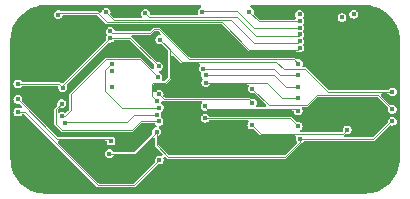
<source format=gbr>
%TF.GenerationSoftware,KiCad,Pcbnew,6.0.8-f2edbf62ab~116~ubuntu22.04.1*%
%TF.CreationDate,2022-11-01T10:45:10+00:00*%
%TF.ProjectId,cleverhand_emg,636c6576-6572-4686-916e-645f656d672e,3.0*%
%TF.SameCoordinates,Original*%
%TF.FileFunction,Copper,L3,Inr*%
%TF.FilePolarity,Positive*%
%FSLAX46Y46*%
G04 Gerber Fmt 4.6, Leading zero omitted, Abs format (unit mm)*
G04 Created by KiCad (PCBNEW 6.0.8-f2edbf62ab~116~ubuntu22.04.1) date 2022-11-01 10:45:10*
%MOMM*%
%LPD*%
G01*
G04 APERTURE LIST*
%TA.AperFunction,ViaPad*%
%ADD10C,0.400000*%
%TD*%
%TA.AperFunction,Conductor*%
%ADD11C,0.100000*%
%TD*%
G04 APERTURE END LIST*
D10*
%TO.N,/MCLK*%
X157500000Y-102600000D03*
X165370000Y-103270000D03*
%TO.N,/IRQ*%
X157500000Y-101600000D03*
X165370000Y-101970000D03*
%TO.N,Net-(D2-Pad3)*%
X153610000Y-100580000D03*
X161500000Y-101300000D03*
%TO.N,/SCK*%
X157340000Y-98410000D03*
X165360000Y-98960000D03*
%TO.N,/SDI*%
X165350000Y-99940000D03*
X157540000Y-98970000D03*
%TO.N,/SDO*%
X165340000Y-100910000D03*
X157560000Y-99590000D03*
%TO.N,/CH0*%
X170080000Y-93790000D03*
%TO.N,Net-(D1-Pad3)*%
X141650000Y-101010000D03*
X149530000Y-104530000D03*
%TO.N,Net-(D3-Pad3)*%
X161500000Y-100100000D03*
X173360000Y-101860000D03*
%TO.N,/CH1*%
X169090000Y-94070000D03*
%TO.N,/CH2*%
X165500000Y-93800000D03*
%TO.N,/CH3*%
X165510000Y-94370000D03*
X161250000Y-93590000D03*
%TO.N,/CH4*%
X157250000Y-93600000D03*
X165500000Y-94940000D03*
%TO.N,/CH5*%
X165500000Y-95510000D03*
X152450000Y-93720000D03*
%TO.N,/CH6*%
X149120000Y-93630000D03*
X165500000Y-96080000D03*
%TO.N,/CH7*%
X145070000Y-93830000D03*
X165500000Y-96650000D03*
%TO.N,/cs_adc*%
X165400000Y-97970000D03*
X149480000Y-95240000D03*
%TO.N,GND*%
X141500000Y-96200000D03*
X153500000Y-100010000D03*
X145500000Y-97100000D03*
X169500000Y-105300000D03*
X145497692Y-94498196D03*
X169500000Y-106500000D03*
X141598000Y-100330000D03*
X153370000Y-105610000D03*
X141500000Y-98200000D03*
X169810000Y-108300000D03*
X161500000Y-100700000D03*
X141500000Y-97200000D03*
X169500000Y-107500000D03*
X149390000Y-96820000D03*
X173500000Y-104000000D03*
X173500000Y-106200000D03*
X145510000Y-104760000D03*
X145500000Y-95400000D03*
X173380000Y-99280000D03*
X145497692Y-96296532D03*
X145530000Y-106080000D03*
X173500000Y-104700000D03*
X153320000Y-95490000D03*
X173500000Y-105400000D03*
%TO.N,+3.3V*%
X149400000Y-105600000D03*
X153560000Y-98220000D03*
X149450000Y-95830000D03*
X173360000Y-102850000D03*
X165560000Y-104350000D03*
X145450000Y-100020000D03*
X141650000Y-99692000D03*
X153390000Y-103740000D03*
%TO.N,/carry2*%
X149630000Y-99990000D03*
X149620000Y-98620000D03*
%TO.N,/A3*%
X153630000Y-101720000D03*
X149630000Y-98040000D03*
%TO.N,/A0*%
X153430000Y-102300000D03*
X145650000Y-102990000D03*
%TO.N,/S1*%
X153510000Y-99150000D03*
X145390000Y-102430000D03*
%TO.N,/A1*%
X153590000Y-102870000D03*
X145360000Y-101360000D03*
%TO.N,/NEO_IN*%
X153620000Y-106140000D03*
X141650000Y-102070000D03*
%TO.N,/NEO_OUT*%
X153670000Y-95950000D03*
X153410000Y-101160000D03*
X173360000Y-100370000D03*
%TO.N,/CH_REF*%
X161450000Y-103180000D03*
X169520000Y-103580000D03*
%TD*%
D11*
%TO.N,+3.3V*%
X173360000Y-102850000D02*
X173250000Y-102850000D01*
X173250000Y-102850000D02*
X171730000Y-104370000D01*
X171730000Y-104370000D02*
X165580000Y-104370000D01*
X165580000Y-104370000D02*
X165560000Y-104350000D01*
%TO.N,Net-(D3-Pad3)*%
X172140000Y-100640000D02*
X166980000Y-100640000D01*
X173360000Y-101860000D02*
X172140000Y-100640000D01*
X166980000Y-100640000D02*
X166140000Y-101480000D01*
X166140000Y-101480000D02*
X162880000Y-101480000D01*
X162880000Y-101480000D02*
X161500000Y-100100000D01*
%TO.N,/S1*%
X145390000Y-102430000D02*
X145616030Y-102430000D01*
X151970000Y-97610000D02*
X153510000Y-99150000D01*
X145616030Y-102430000D02*
X146150000Y-101896030D01*
X146150000Y-101896030D02*
X146150000Y-100560000D01*
X146150000Y-100560000D02*
X149100000Y-97610000D01*
X149100000Y-97610000D02*
X151970000Y-97610000D01*
%TO.N,/A1*%
X145360000Y-101360000D02*
X144880000Y-101840000D01*
X144880000Y-101840000D02*
X144880000Y-103090000D01*
X152040000Y-102870000D02*
X153590000Y-102870000D01*
X144880000Y-103090000D02*
X145390000Y-103600000D01*
X151310000Y-103600000D02*
X152040000Y-102870000D01*
X145390000Y-103600000D02*
X151310000Y-103600000D01*
%TO.N,+3.3V*%
X145450000Y-99830000D02*
X149450000Y-95830000D01*
X145450000Y-100020000D02*
X145450000Y-99830000D01*
X145450000Y-100020000D02*
X145122000Y-99692000D01*
X145122000Y-99692000D02*
X141650000Y-99692000D01*
%TO.N,/A3*%
X149630000Y-98040000D02*
X149506030Y-98040000D01*
X149506030Y-98040000D02*
X149020000Y-98526030D01*
X149020000Y-98526030D02*
X149020000Y-100320000D01*
X149020000Y-100320000D02*
X150470000Y-101770000D01*
X150470000Y-101770000D02*
X153580000Y-101770000D01*
X153580000Y-101770000D02*
X153630000Y-101720000D01*
%TO.N,/MCLK*%
X165370000Y-103270000D02*
X164700000Y-102600000D01*
X164700000Y-102600000D02*
X157500000Y-102600000D01*
%TO.N,/IRQ*%
X165370000Y-101970000D02*
X165200000Y-101800000D01*
X165200000Y-101800000D02*
X157700000Y-101800000D01*
X157700000Y-101800000D02*
X157500000Y-101600000D01*
%TO.N,Net-(D2-Pad3)*%
X161200000Y-101000000D02*
X161500000Y-101300000D01*
X153610000Y-100580000D02*
X154030000Y-101000000D01*
X154030000Y-101000000D02*
X161200000Y-101000000D01*
%TO.N,/SCK*%
X157340000Y-98410000D02*
X157370000Y-98440000D01*
X163340000Y-98440000D02*
X163860000Y-98960000D01*
X163860000Y-98960000D02*
X165360000Y-98960000D01*
X157370000Y-98440000D02*
X163340000Y-98440000D01*
%TO.N,/SDI*%
X164340000Y-99940000D02*
X163370000Y-98970000D01*
X163370000Y-98970000D02*
X157540000Y-98970000D01*
X165350000Y-99940000D02*
X164340000Y-99940000D01*
%TO.N,/SDO*%
X162720000Y-99590000D02*
X157560000Y-99590000D01*
X165340000Y-100910000D02*
X164040000Y-100910000D01*
X164040000Y-100910000D02*
X162720000Y-99590000D01*
%TO.N,Net-(D1-Pad3)*%
X144980000Y-104340000D02*
X141650000Y-101010000D01*
X149530000Y-104530000D02*
X149340000Y-104340000D01*
X149340000Y-104340000D02*
X144980000Y-104340000D01*
%TO.N,/CH3*%
X165480000Y-94400000D02*
X162060000Y-94400000D01*
X165510000Y-94370000D02*
X165480000Y-94400000D01*
X162060000Y-94400000D02*
X161250000Y-93590000D01*
%TO.N,/CH4*%
X161670000Y-95000000D02*
X160210000Y-93540000D01*
X165500000Y-94940000D02*
X165440000Y-95000000D01*
X165440000Y-95000000D02*
X161670000Y-95000000D01*
X160210000Y-93540000D02*
X157310000Y-93540000D01*
X157310000Y-93540000D02*
X157250000Y-93600000D01*
%TO.N,/CH5*%
X160240000Y-94040000D02*
X161800000Y-95600000D01*
X152770000Y-94040000D02*
X160240000Y-94040000D01*
X161800000Y-95600000D02*
X165410000Y-95600000D01*
X165410000Y-95600000D02*
X165500000Y-95510000D01*
X152450000Y-93720000D02*
X152770000Y-94040000D01*
%TO.N,/CH6*%
X165380000Y-96200000D02*
X165500000Y-96080000D01*
X149747000Y-94257000D02*
X159657000Y-94257000D01*
X149120000Y-93630000D02*
X149747000Y-94257000D01*
X161600000Y-96200000D02*
X165380000Y-96200000D01*
X159657000Y-94257000D02*
X161600000Y-96200000D01*
%TO.N,/CH7*%
X158924000Y-94474000D02*
X161250000Y-96800000D01*
X148400000Y-93700000D02*
X149174000Y-94474000D01*
X161250000Y-96800000D02*
X165350000Y-96800000D01*
X165350000Y-96800000D02*
X165500000Y-96650000D01*
X145200000Y-93700000D02*
X148400000Y-93700000D01*
X149174000Y-94474000D02*
X158924000Y-94474000D01*
X145070000Y-93830000D02*
X145200000Y-93700000D01*
%TO.N,/cs_adc*%
X153146030Y-95070000D02*
X153600000Y-95070000D01*
X153600000Y-95070000D02*
X156150000Y-97620000D01*
X149640000Y-95400000D02*
X152816030Y-95400000D01*
X165050000Y-97620000D02*
X165400000Y-97970000D01*
X156150000Y-97620000D02*
X165050000Y-97620000D01*
X152816030Y-95400000D02*
X153146030Y-95070000D01*
X149480000Y-95240000D02*
X149640000Y-95400000D01*
%TO.N,+3.3V*%
X154363970Y-105880000D02*
X164300000Y-105880000D01*
X151530000Y-105600000D02*
X149400000Y-105600000D01*
X151170000Y-95830000D02*
X149450000Y-95830000D01*
X164300000Y-105880000D02*
X165560000Y-104620000D01*
X153560000Y-98220000D02*
X151170000Y-95830000D01*
X153390000Y-103740000D02*
X153390000Y-104906030D01*
X153390000Y-103740000D02*
X151530000Y-105600000D01*
X165560000Y-104620000D02*
X165560000Y-104350000D01*
X153390000Y-104906030D02*
X154363970Y-105880000D01*
%TO.N,/A0*%
X150850000Y-102900000D02*
X145740000Y-102900000D01*
X151450000Y-102300000D02*
X150850000Y-102900000D01*
X153430000Y-102300000D02*
X151450000Y-102300000D01*
X145740000Y-102900000D02*
X145650000Y-102990000D01*
%TO.N,/NEO_IN*%
X148433970Y-108280000D02*
X142223970Y-102070000D01*
X142223970Y-102070000D02*
X141650000Y-102070000D01*
X151480000Y-108280000D02*
X148433970Y-108280000D01*
X153620000Y-106140000D02*
X151480000Y-108280000D01*
%TO.N,/NEO_OUT*%
X154490000Y-96770000D02*
X153670000Y-95950000D01*
X167890000Y-100350000D02*
X165970000Y-98430000D01*
X164160000Y-98430000D02*
X163540000Y-97810000D01*
X163540000Y-97810000D02*
X155530000Y-97810000D01*
X154100000Y-99590000D02*
X154490000Y-99200000D01*
X154490000Y-99200000D02*
X154490000Y-96770000D01*
X155530000Y-97810000D02*
X153670000Y-95950000D01*
X173340000Y-100350000D02*
X167890000Y-100350000D01*
X165970000Y-98430000D02*
X164160000Y-98430000D01*
X153100000Y-99590000D02*
X154100000Y-99590000D01*
X153410000Y-101160000D02*
X152960000Y-100710000D01*
X152960000Y-99730000D02*
X153100000Y-99590000D01*
X152960000Y-100710000D02*
X152960000Y-99730000D01*
X173360000Y-100370000D02*
X173340000Y-100350000D01*
%TO.N,/CH_REF*%
X162190000Y-103920000D02*
X169180000Y-103920000D01*
X161450000Y-103180000D02*
X162190000Y-103920000D01*
X169180000Y-103920000D02*
X169520000Y-103580000D01*
%TD*%
%TA.AperFunction,Conductor*%
%TO.N,GND*%
G36*
X149123282Y-93028499D02*
G01*
X149161868Y-93011539D01*
X149178016Y-93010500D01*
X157066036Y-93010500D01*
X157134157Y-93030502D01*
X157180650Y-93084158D01*
X157190754Y-93154432D01*
X157161260Y-93219012D01*
X157123240Y-93248766D01*
X157029511Y-93296523D01*
X156946523Y-93379511D01*
X156928501Y-93414882D01*
X156897744Y-93475245D01*
X156897743Y-93475248D01*
X156893242Y-93484082D01*
X156874882Y-93600000D01*
X156893242Y-93715918D01*
X156897745Y-93724755D01*
X156900808Y-93734183D01*
X156897013Y-93735416D01*
X156906550Y-93785974D01*
X156879902Y-93851780D01*
X156821907Y-93892733D01*
X156781169Y-93899500D01*
X152944215Y-93899500D01*
X152876094Y-93879498D01*
X152829601Y-93825842D01*
X152819766Y-93753788D01*
X152822872Y-93734183D01*
X152825118Y-93720000D01*
X152806758Y-93604082D01*
X152802257Y-93595248D01*
X152802256Y-93595245D01*
X152773851Y-93539498D01*
X152753477Y-93499511D01*
X152670489Y-93416523D01*
X152615200Y-93388352D01*
X152574755Y-93367744D01*
X152574752Y-93367743D01*
X152565918Y-93363242D01*
X152450000Y-93344882D01*
X152334082Y-93363242D01*
X152325248Y-93367743D01*
X152325245Y-93367744D01*
X152284800Y-93388352D01*
X152229511Y-93416523D01*
X152146523Y-93499511D01*
X152126149Y-93539498D01*
X152097744Y-93595245D01*
X152097743Y-93595248D01*
X152093242Y-93604082D01*
X152074882Y-93720000D01*
X152093242Y-93835918D01*
X152097743Y-93844752D01*
X152097744Y-93844755D01*
X152142859Y-93933298D01*
X152155963Y-94003075D01*
X152129262Y-94068859D01*
X152071235Y-94109765D01*
X152030592Y-94116500D01*
X149857387Y-94116500D01*
X149789266Y-94096498D01*
X149768292Y-94079595D01*
X149516393Y-93827696D01*
X149482367Y-93765384D01*
X149481039Y-93718890D01*
X149493567Y-93639792D01*
X149495118Y-93630000D01*
X149476758Y-93514082D01*
X149472257Y-93505248D01*
X149472256Y-93505245D01*
X149442957Y-93447744D01*
X149423477Y-93409511D01*
X149340489Y-93326523D01*
X149275756Y-93293540D01*
X149244755Y-93277744D01*
X149244752Y-93277743D01*
X149235918Y-93273242D01*
X149158305Y-93260949D01*
X149120121Y-93242847D01*
X149097482Y-93257396D01*
X149081694Y-93260949D01*
X149004082Y-93273242D01*
X148995248Y-93277743D01*
X148995245Y-93277744D01*
X148964244Y-93293540D01*
X148899511Y-93326523D01*
X148816523Y-93409511D01*
X148797043Y-93447744D01*
X148767744Y-93505245D01*
X148767743Y-93505248D01*
X148763242Y-93514082D01*
X148755793Y-93561112D01*
X148754008Y-93572383D01*
X148723595Y-93636536D01*
X148663327Y-93674063D01*
X148592338Y-93673049D01*
X148540464Y-93641767D01*
X148472728Y-93574031D01*
X148456702Y-93569737D01*
X148454485Y-93568457D01*
X148452014Y-93567795D01*
X148437647Y-93559500D01*
X145374178Y-93559500D01*
X145306057Y-93539498D01*
X145300117Y-93535436D01*
X145297502Y-93533536D01*
X145290489Y-93526523D01*
X145281654Y-93522021D01*
X145281652Y-93522020D01*
X145194755Y-93477744D01*
X145194752Y-93477743D01*
X145185918Y-93473242D01*
X145070000Y-93454882D01*
X144954082Y-93473242D01*
X144945248Y-93477743D01*
X144945245Y-93477744D01*
X144916297Y-93492494D01*
X144849511Y-93526523D01*
X144766523Y-93609511D01*
X144750088Y-93641767D01*
X144717744Y-93705245D01*
X144717743Y-93705248D01*
X144713242Y-93714082D01*
X144694882Y-93830000D01*
X144713242Y-93945918D01*
X144717743Y-93954752D01*
X144717744Y-93954755D01*
X144726042Y-93971040D01*
X144766523Y-94050489D01*
X144849511Y-94133477D01*
X144898318Y-94158345D01*
X144945245Y-94182256D01*
X144945248Y-94182257D01*
X144954082Y-94186758D01*
X145070000Y-94205118D01*
X145185918Y-94186758D01*
X145194752Y-94182257D01*
X145194755Y-94182256D01*
X145241682Y-94158345D01*
X145290489Y-94133477D01*
X145373477Y-94050489D01*
X145413958Y-93971040D01*
X145422256Y-93954755D01*
X145422257Y-93954752D01*
X145426758Y-93945918D01*
X145428309Y-93936124D01*
X145431091Y-93927563D01*
X145471165Y-93868957D01*
X145536562Y-93841321D01*
X145550924Y-93840500D01*
X148289613Y-93840500D01*
X148357734Y-93860502D01*
X148378708Y-93877405D01*
X149101272Y-94599969D01*
X149117298Y-94604263D01*
X149119515Y-94605543D01*
X149121986Y-94606205D01*
X149136353Y-94614500D01*
X149459866Y-94614500D01*
X149475743Y-94619162D01*
X149483985Y-94615539D01*
X149500134Y-94614500D01*
X158813613Y-94614500D01*
X158881734Y-94634502D01*
X158902708Y-94651405D01*
X161177272Y-96925969D01*
X161193298Y-96930263D01*
X161195515Y-96931543D01*
X161197986Y-96932205D01*
X161212353Y-96940500D01*
X165223793Y-96940500D01*
X165280995Y-96954233D01*
X165375245Y-97002256D01*
X165375248Y-97002257D01*
X165384082Y-97006758D01*
X165500000Y-97025118D01*
X165615918Y-97006758D01*
X165624752Y-97002257D01*
X165624755Y-97002256D01*
X165666921Y-96980771D01*
X165720489Y-96953477D01*
X165803477Y-96870489D01*
X165830771Y-96816921D01*
X165852256Y-96774755D01*
X165852257Y-96774752D01*
X165856758Y-96765918D01*
X165875118Y-96650000D01*
X165856758Y-96534082D01*
X165852256Y-96525246D01*
X165852256Y-96525245D01*
X165803477Y-96429511D01*
X165804842Y-96428816D01*
X165784639Y-96372190D01*
X165800660Y-96303306D01*
X165803477Y-96300489D01*
X165831006Y-96246460D01*
X165852256Y-96204755D01*
X165852257Y-96204752D01*
X165856758Y-96195918D01*
X165875118Y-96080000D01*
X165856758Y-95964082D01*
X165852257Y-95955248D01*
X165852256Y-95955245D01*
X165803477Y-95859511D01*
X165804842Y-95858816D01*
X165784639Y-95802190D01*
X165800660Y-95733306D01*
X165803477Y-95730489D01*
X165811837Y-95714082D01*
X165852256Y-95634755D01*
X165852257Y-95634752D01*
X165856758Y-95625918D01*
X165875118Y-95510000D01*
X165856758Y-95394082D01*
X165852257Y-95385248D01*
X165852256Y-95385245D01*
X165803477Y-95289511D01*
X165804842Y-95288816D01*
X165784639Y-95232190D01*
X165800660Y-95163306D01*
X165803477Y-95160489D01*
X165817037Y-95133876D01*
X165852256Y-95064755D01*
X165852257Y-95064752D01*
X165856758Y-95055918D01*
X165875118Y-94940000D01*
X165856758Y-94824082D01*
X165852257Y-94815248D01*
X165852256Y-94815245D01*
X165803477Y-94719511D01*
X165806990Y-94717721D01*
X165789637Y-94669030D01*
X165805742Y-94599884D01*
X165808732Y-94595234D01*
X165813477Y-94590489D01*
X165833963Y-94550283D01*
X165862256Y-94494755D01*
X165862257Y-94494752D01*
X165866758Y-94485918D01*
X165885118Y-94370000D01*
X165866758Y-94254082D01*
X165862257Y-94245248D01*
X165862256Y-94245245D01*
X165817978Y-94158345D01*
X165813477Y-94149511D01*
X165812029Y-94148063D01*
X165789639Y-94085309D01*
X165793199Y-94070000D01*
X168714882Y-94070000D01*
X168733242Y-94185918D01*
X168737743Y-94194752D01*
X168737744Y-94194755D01*
X168754706Y-94228044D01*
X168786523Y-94290489D01*
X168869511Y-94373477D01*
X168916659Y-94397500D01*
X168965245Y-94422256D01*
X168965248Y-94422257D01*
X168974082Y-94426758D01*
X169090000Y-94445118D01*
X169205918Y-94426758D01*
X169214752Y-94422257D01*
X169214755Y-94422256D01*
X169263341Y-94397500D01*
X169310489Y-94373477D01*
X169393477Y-94290489D01*
X169425294Y-94228044D01*
X169442256Y-94194755D01*
X169442257Y-94194752D01*
X169446758Y-94185918D01*
X169465118Y-94070000D01*
X169446758Y-93954082D01*
X169442257Y-93945248D01*
X169442256Y-93945245D01*
X169417227Y-93896124D01*
X169393477Y-93849511D01*
X169333966Y-93790000D01*
X169704882Y-93790000D01*
X169723242Y-93905918D01*
X169727743Y-93914752D01*
X169727744Y-93914755D01*
X169748125Y-93954755D01*
X169776523Y-94010489D01*
X169859511Y-94093477D01*
X169904697Y-94116500D01*
X169955245Y-94142256D01*
X169955248Y-94142257D01*
X169964082Y-94146758D01*
X170080000Y-94165118D01*
X170195918Y-94146758D01*
X170204752Y-94142257D01*
X170204755Y-94142256D01*
X170255303Y-94116500D01*
X170300489Y-94093477D01*
X170383477Y-94010489D01*
X170411875Y-93954755D01*
X170432256Y-93914755D01*
X170432257Y-93914752D01*
X170436758Y-93905918D01*
X170455118Y-93790000D01*
X170436758Y-93674082D01*
X170432257Y-93665248D01*
X170432256Y-93665245D01*
X170403858Y-93609511D01*
X170383477Y-93569511D01*
X170300489Y-93486523D01*
X170246921Y-93459229D01*
X170204755Y-93437744D01*
X170204752Y-93437743D01*
X170195918Y-93433242D01*
X170080000Y-93414882D01*
X169964082Y-93433242D01*
X169955248Y-93437743D01*
X169955245Y-93437744D01*
X169913079Y-93459229D01*
X169859511Y-93486523D01*
X169776523Y-93569511D01*
X169756142Y-93609511D01*
X169727744Y-93665245D01*
X169727743Y-93665248D01*
X169723242Y-93674082D01*
X169704882Y-93790000D01*
X169333966Y-93790000D01*
X169310489Y-93766523D01*
X169256921Y-93739229D01*
X169214755Y-93717744D01*
X169214752Y-93717743D01*
X169205918Y-93713242D01*
X169090000Y-93694882D01*
X168974082Y-93713242D01*
X168965248Y-93717743D01*
X168965245Y-93717744D01*
X168923079Y-93739229D01*
X168869511Y-93766523D01*
X168786523Y-93849511D01*
X168762773Y-93896124D01*
X168737744Y-93945245D01*
X168737743Y-93945248D01*
X168733242Y-93954082D01*
X168714882Y-94070000D01*
X165793199Y-94070000D01*
X165804583Y-94021052D01*
X165803477Y-94020489D01*
X165852256Y-93924755D01*
X165852257Y-93924752D01*
X165856758Y-93915918D01*
X165875118Y-93800000D01*
X165856758Y-93684082D01*
X165852257Y-93675248D01*
X165852256Y-93675245D01*
X165823267Y-93618352D01*
X165803477Y-93579511D01*
X165720489Y-93496523D01*
X165659102Y-93465245D01*
X165624755Y-93447744D01*
X165624752Y-93447743D01*
X165615918Y-93443242D01*
X165500000Y-93424882D01*
X165384082Y-93443242D01*
X165375248Y-93447743D01*
X165375245Y-93447744D01*
X165340898Y-93465245D01*
X165279511Y-93496523D01*
X165196523Y-93579511D01*
X165176733Y-93618352D01*
X165147744Y-93675245D01*
X165147743Y-93675248D01*
X165143242Y-93684082D01*
X165124882Y-93800000D01*
X165143242Y-93915918D01*
X165147743Y-93924752D01*
X165147744Y-93924755D01*
X165185897Y-93999634D01*
X165196523Y-94020489D01*
X165197971Y-94021937D01*
X165220361Y-94084691D01*
X165205417Y-94148948D01*
X165206523Y-94149512D01*
X165190570Y-94180821D01*
X165185535Y-94190703D01*
X165136786Y-94242318D01*
X165073268Y-94259500D01*
X162170387Y-94259500D01*
X162102266Y-94239498D01*
X162081292Y-94222595D01*
X161646393Y-93787696D01*
X161612367Y-93725384D01*
X161611039Y-93678890D01*
X161623567Y-93599792D01*
X161625118Y-93590000D01*
X161606758Y-93474082D01*
X161602257Y-93465248D01*
X161602256Y-93465245D01*
X161578362Y-93418352D01*
X161553477Y-93369511D01*
X161470489Y-93286523D01*
X161396388Y-93248767D01*
X161344772Y-93200019D01*
X161327706Y-93131104D01*
X161350606Y-93063903D01*
X161406204Y-93019750D01*
X161453590Y-93010500D01*
X170996710Y-93010500D01*
X170997993Y-93010534D01*
X171000000Y-93011365D01*
X171001768Y-93010633D01*
X171003304Y-93010673D01*
X171305888Y-93026531D01*
X171319003Y-93027909D01*
X171466348Y-93051246D01*
X171615030Y-93074795D01*
X171627930Y-93077537D01*
X171917432Y-93155109D01*
X171929975Y-93159185D01*
X172209770Y-93266588D01*
X172221819Y-93271952D01*
X172488870Y-93408021D01*
X172500292Y-93414616D01*
X172743232Y-93572383D01*
X172751650Y-93577850D01*
X172762316Y-93585600D01*
X172960292Y-93745918D01*
X172995235Y-93774214D01*
X173005036Y-93783039D01*
X173216961Y-93994964D01*
X173225786Y-94004765D01*
X173402182Y-94222595D01*
X173414398Y-94237681D01*
X173422148Y-94248348D01*
X173517772Y-94395595D01*
X173585384Y-94499708D01*
X173591979Y-94511130D01*
X173728048Y-94778181D01*
X173733412Y-94790230D01*
X173840815Y-95070025D01*
X173844891Y-95082566D01*
X173882377Y-95222468D01*
X173922463Y-95372070D01*
X173925205Y-95384970D01*
X173959495Y-95601465D01*
X173972091Y-95680996D01*
X173973469Y-95694112D01*
X173975900Y-95740500D01*
X173989327Y-95996696D01*
X173989367Y-95998232D01*
X173988635Y-96000000D01*
X173989466Y-96002007D01*
X173989500Y-96003290D01*
X173989500Y-105996710D01*
X173989466Y-105997993D01*
X173988635Y-106000000D01*
X173989367Y-106001768D01*
X173989327Y-106003304D01*
X173973469Y-106305887D01*
X173972091Y-106319003D01*
X173944651Y-106492256D01*
X173925205Y-106615030D01*
X173922463Y-106627930D01*
X173844891Y-106917432D01*
X173840815Y-106929975D01*
X173733412Y-107209770D01*
X173728048Y-107221819D01*
X173591979Y-107488870D01*
X173585384Y-107500292D01*
X173422150Y-107751650D01*
X173414398Y-107762319D01*
X173225786Y-107995235D01*
X173216961Y-108005036D01*
X173005036Y-108216961D01*
X172995235Y-108225786D01*
X172765845Y-108411543D01*
X172762319Y-108414398D01*
X172751650Y-108422150D01*
X172500292Y-108585384D01*
X172488870Y-108591979D01*
X172221819Y-108728048D01*
X172209770Y-108733412D01*
X171929975Y-108840815D01*
X171917432Y-108844891D01*
X171627930Y-108922463D01*
X171615030Y-108925205D01*
X171319004Y-108972091D01*
X171305888Y-108973469D01*
X171041574Y-108987321D01*
X171003304Y-108989327D01*
X171001768Y-108989367D01*
X171000000Y-108988635D01*
X170997993Y-108989466D01*
X170996710Y-108989500D01*
X144003290Y-108989500D01*
X144002007Y-108989466D01*
X144000000Y-108988635D01*
X143998232Y-108989367D01*
X143996696Y-108989327D01*
X143958426Y-108987321D01*
X143694112Y-108973469D01*
X143680996Y-108972091D01*
X143384970Y-108925205D01*
X143372070Y-108922463D01*
X143082568Y-108844891D01*
X143070025Y-108840815D01*
X142790230Y-108733412D01*
X142778181Y-108728048D01*
X142511130Y-108591979D01*
X142499708Y-108585384D01*
X142248350Y-108422150D01*
X142237681Y-108414398D01*
X142234156Y-108411543D01*
X142004765Y-108225786D01*
X141994964Y-108216961D01*
X141783039Y-108005036D01*
X141774214Y-107995235D01*
X141585602Y-107762319D01*
X141577850Y-107751650D01*
X141414616Y-107500292D01*
X141408021Y-107488870D01*
X141271952Y-107221819D01*
X141266588Y-107209770D01*
X141159185Y-106929975D01*
X141155109Y-106917432D01*
X141077537Y-106627930D01*
X141074795Y-106615030D01*
X141055349Y-106492256D01*
X141027909Y-106319003D01*
X141026531Y-106305887D01*
X141010673Y-106003304D01*
X141010633Y-106001768D01*
X141011365Y-106000000D01*
X141010534Y-105997993D01*
X141010500Y-105996710D01*
X141010500Y-102070000D01*
X141274882Y-102070000D01*
X141293242Y-102185918D01*
X141297743Y-102194752D01*
X141297744Y-102194755D01*
X141315958Y-102230502D01*
X141346523Y-102290489D01*
X141429511Y-102373477D01*
X141483079Y-102400771D01*
X141525245Y-102422256D01*
X141525248Y-102422257D01*
X141534082Y-102426758D01*
X141650000Y-102445118D01*
X141765918Y-102426758D01*
X141774752Y-102422257D01*
X141774755Y-102422256D01*
X141816921Y-102400771D01*
X141870489Y-102373477D01*
X141953477Y-102290489D01*
X141959179Y-102279298D01*
X141961390Y-102276957D01*
X141963808Y-102273629D01*
X141964238Y-102273941D01*
X142007927Y-102227682D01*
X142071446Y-102210500D01*
X142113583Y-102210500D01*
X142181704Y-102230502D01*
X142202678Y-102247405D01*
X148361242Y-108405969D01*
X148377268Y-108410263D01*
X148379485Y-108411543D01*
X148381956Y-108412205D01*
X148396323Y-108420500D01*
X151517647Y-108420500D01*
X151532014Y-108412205D01*
X151534485Y-108411543D01*
X151536702Y-108410263D01*
X151552728Y-108405969D01*
X153422304Y-106536393D01*
X153484616Y-106502367D01*
X153531110Y-106501039D01*
X153610208Y-106513567D01*
X153620000Y-106515118D01*
X153735918Y-106496758D01*
X153744752Y-106492257D01*
X153744755Y-106492256D01*
X153786921Y-106470771D01*
X153840489Y-106443477D01*
X153923477Y-106360489D01*
X153954654Y-106299301D01*
X153972256Y-106264755D01*
X153972257Y-106264752D01*
X153976758Y-106255918D01*
X153995118Y-106140000D01*
X153976758Y-106024082D01*
X153976301Y-106023185D01*
X153974414Y-105957161D01*
X154011077Y-105896363D01*
X154074789Y-105865037D01*
X154145323Y-105873130D01*
X154185370Y-105900097D01*
X154291242Y-106005969D01*
X154307268Y-106010263D01*
X154309485Y-106011543D01*
X154311956Y-106012205D01*
X154326323Y-106020500D01*
X164337647Y-106020500D01*
X164352014Y-106012205D01*
X164354485Y-106011543D01*
X164356702Y-106010263D01*
X164372728Y-106005969D01*
X165653693Y-104725004D01*
X165685586Y-104701832D01*
X165697827Y-104695595D01*
X165780489Y-104653477D01*
X165863477Y-104570489D01*
X165867689Y-104562222D01*
X165923632Y-104519084D01*
X165969344Y-104510500D01*
X171767647Y-104510500D01*
X171782014Y-104502205D01*
X171784485Y-104501543D01*
X171786702Y-104500263D01*
X171802728Y-104495969D01*
X173078562Y-103220135D01*
X173140874Y-103186109D01*
X173211689Y-103191174D01*
X173224847Y-103196958D01*
X173244082Y-103206758D01*
X173360000Y-103225118D01*
X173475918Y-103206758D01*
X173484752Y-103202257D01*
X173484755Y-103202256D01*
X173554627Y-103166654D01*
X173580489Y-103153477D01*
X173663477Y-103070489D01*
X173711558Y-102976124D01*
X173712256Y-102974755D01*
X173712257Y-102974752D01*
X173716758Y-102965918D01*
X173735118Y-102850000D01*
X173716758Y-102734082D01*
X173712257Y-102725248D01*
X173712256Y-102725245D01*
X173681792Y-102665457D01*
X173663477Y-102629511D01*
X173580489Y-102546523D01*
X173526921Y-102519229D01*
X173484755Y-102497744D01*
X173484752Y-102497743D01*
X173475918Y-102493242D01*
X173388834Y-102479449D01*
X173360538Y-102466035D01*
X173331166Y-102479449D01*
X173244082Y-102493242D01*
X173235248Y-102497743D01*
X173235245Y-102497744D01*
X173193079Y-102519229D01*
X173139511Y-102546523D01*
X173056523Y-102629511D01*
X173038208Y-102665457D01*
X173007744Y-102725245D01*
X173007743Y-102725248D01*
X173003242Y-102734082D01*
X172984882Y-102850000D01*
X172986433Y-102859792D01*
X172986433Y-102862680D01*
X172966431Y-102930801D01*
X172949528Y-102951775D01*
X171708708Y-104192595D01*
X171646396Y-104226621D01*
X171619613Y-104229500D01*
X169373387Y-104229500D01*
X169305266Y-104209498D01*
X169258773Y-104155842D01*
X169248669Y-104085568D01*
X169278163Y-104020988D01*
X169284292Y-104014405D01*
X169322304Y-103976393D01*
X169384616Y-103942367D01*
X169431110Y-103941039D01*
X169510208Y-103953567D01*
X169520000Y-103955118D01*
X169635918Y-103936758D01*
X169644752Y-103932257D01*
X169644755Y-103932256D01*
X169709432Y-103899301D01*
X169740489Y-103883477D01*
X169823477Y-103800489D01*
X169854297Y-103740000D01*
X169872256Y-103704755D01*
X169872257Y-103704752D01*
X169876758Y-103695918D01*
X169895118Y-103580000D01*
X169876758Y-103464082D01*
X169872257Y-103455248D01*
X169872256Y-103455245D01*
X169844356Y-103400489D01*
X169823477Y-103359511D01*
X169740489Y-103276523D01*
X169677453Y-103244405D01*
X169644755Y-103227744D01*
X169644752Y-103227743D01*
X169635918Y-103223242D01*
X169520000Y-103204882D01*
X169404082Y-103223242D01*
X169395248Y-103227743D01*
X169395245Y-103227744D01*
X169362547Y-103244405D01*
X169299511Y-103276523D01*
X169216523Y-103359511D01*
X169195644Y-103400489D01*
X169167744Y-103455245D01*
X169167743Y-103455248D01*
X169163242Y-103464082D01*
X169144882Y-103580000D01*
X169146433Y-103589792D01*
X169146433Y-103589797D01*
X169153401Y-103633788D01*
X169144303Y-103704199D01*
X169098582Y-103758514D01*
X169028953Y-103779500D01*
X165688656Y-103779500D01*
X165620535Y-103759498D01*
X165574042Y-103705842D01*
X165563938Y-103635568D01*
X165593432Y-103570988D01*
X165599561Y-103564405D01*
X165673477Y-103490489D01*
X165703269Y-103432019D01*
X165722256Y-103394755D01*
X165722257Y-103394752D01*
X165726758Y-103385918D01*
X165745118Y-103270000D01*
X165726758Y-103154082D01*
X165722257Y-103145248D01*
X165722256Y-103145245D01*
X165687741Y-103077506D01*
X165673477Y-103049511D01*
X165590489Y-102966523D01*
X165520380Y-102930801D01*
X165494755Y-102917744D01*
X165494752Y-102917743D01*
X165485918Y-102913242D01*
X165370000Y-102894882D01*
X165338565Y-102899861D01*
X165281110Y-102908961D01*
X165210699Y-102899861D01*
X165172304Y-102873607D01*
X164772728Y-102474031D01*
X164756702Y-102469737D01*
X164754485Y-102468457D01*
X164752014Y-102467795D01*
X164737647Y-102459500D01*
X157921446Y-102459500D01*
X157853325Y-102439498D01*
X157814110Y-102396152D01*
X157813808Y-102396371D01*
X157811770Y-102393566D01*
X157809179Y-102390702D01*
X157807981Y-102388351D01*
X157803477Y-102379511D01*
X157720489Y-102296523D01*
X157666921Y-102269229D01*
X157624755Y-102247744D01*
X157624752Y-102247743D01*
X157615918Y-102243242D01*
X157500000Y-102224882D01*
X157384082Y-102243242D01*
X157375248Y-102247743D01*
X157375245Y-102247744D01*
X157333079Y-102269229D01*
X157279511Y-102296523D01*
X157196523Y-102379511D01*
X157169229Y-102433079D01*
X157147744Y-102475245D01*
X157147743Y-102475248D01*
X157143242Y-102484082D01*
X157124882Y-102600000D01*
X157143242Y-102715918D01*
X157147743Y-102724752D01*
X157147744Y-102724755D01*
X157165448Y-102759500D01*
X157196523Y-102820489D01*
X157279511Y-102903477D01*
X157326595Y-102927467D01*
X157375245Y-102952256D01*
X157375248Y-102952257D01*
X157384082Y-102956758D01*
X157500000Y-102975118D01*
X157615918Y-102956758D01*
X157624752Y-102952257D01*
X157624755Y-102952256D01*
X157673405Y-102927467D01*
X157720489Y-102903477D01*
X157803477Y-102820489D01*
X157809179Y-102809298D01*
X157811390Y-102806957D01*
X157813808Y-102803629D01*
X157814238Y-102803941D01*
X157857927Y-102757682D01*
X157921446Y-102740500D01*
X161061344Y-102740500D01*
X161129465Y-102760502D01*
X161175958Y-102814158D01*
X161186062Y-102884432D01*
X161158819Y-102944082D01*
X161159364Y-102944478D01*
X161157411Y-102947166D01*
X161156568Y-102949012D01*
X161154300Y-102951448D01*
X161153540Y-102952494D01*
X161146523Y-102959511D01*
X161120543Y-103010500D01*
X161097744Y-103055245D01*
X161097743Y-103055248D01*
X161093242Y-103064082D01*
X161074882Y-103180000D01*
X161093242Y-103295918D01*
X161097743Y-103304752D01*
X161097744Y-103304755D01*
X161119146Y-103346758D01*
X161146523Y-103400489D01*
X161229511Y-103483477D01*
X161283079Y-103510771D01*
X161325245Y-103532256D01*
X161325248Y-103532257D01*
X161334082Y-103536758D01*
X161450000Y-103555118D01*
X161459792Y-103553567D01*
X161538890Y-103541039D01*
X161609301Y-103550139D01*
X161647696Y-103576393D01*
X162117272Y-104045969D01*
X162133298Y-104050263D01*
X162135515Y-104051543D01*
X162137986Y-104052205D01*
X162152353Y-104060500D01*
X165087849Y-104060500D01*
X165155970Y-104080502D01*
X165202463Y-104134158D01*
X165212567Y-104204432D01*
X165207712Y-104225310D01*
X165203242Y-104234082D01*
X165184882Y-104350000D01*
X165203242Y-104465918D01*
X165207743Y-104474752D01*
X165207744Y-104474755D01*
X165223477Y-104505632D01*
X165256523Y-104570489D01*
X165260191Y-104574157D01*
X165283166Y-104638552D01*
X165267084Y-104707704D01*
X165246469Y-104734835D01*
X164278706Y-105702597D01*
X164216396Y-105736621D01*
X164189613Y-105739500D01*
X154474357Y-105739500D01*
X154406236Y-105719498D01*
X154385262Y-105702595D01*
X153567405Y-104884738D01*
X153533379Y-104822426D01*
X153530500Y-104795643D01*
X153530500Y-104161446D01*
X153550502Y-104093325D01*
X153593848Y-104054110D01*
X153593629Y-104053808D01*
X153596434Y-104051770D01*
X153599298Y-104049179D01*
X153601649Y-104047981D01*
X153610489Y-104043477D01*
X153693477Y-103960489D01*
X153724654Y-103899301D01*
X153742256Y-103864755D01*
X153742257Y-103864752D01*
X153746758Y-103855918D01*
X153765118Y-103740000D01*
X153746758Y-103624082D01*
X153742257Y-103615248D01*
X153742256Y-103615245D01*
X153710829Y-103553567D01*
X153693477Y-103519511D01*
X153617312Y-103443346D01*
X153583286Y-103381034D01*
X153588351Y-103310219D01*
X153630898Y-103253383D01*
X153686699Y-103229802D01*
X153696123Y-103228310D01*
X153696127Y-103228309D01*
X153705918Y-103226758D01*
X153714752Y-103222257D01*
X153714755Y-103222256D01*
X153756921Y-103200771D01*
X153810489Y-103173477D01*
X153893477Y-103090489D01*
X153934233Y-103010500D01*
X153942256Y-102994755D01*
X153942257Y-102994752D01*
X153946758Y-102985918D01*
X153965118Y-102870000D01*
X153946758Y-102754082D01*
X153942257Y-102745248D01*
X153942256Y-102745245D01*
X153910041Y-102682020D01*
X153893477Y-102649511D01*
X153810489Y-102566523D01*
X153812889Y-102564123D01*
X153780164Y-102521695D01*
X153774081Y-102450960D01*
X153779855Y-102434399D01*
X153779192Y-102434183D01*
X153782255Y-102424755D01*
X153786758Y-102415918D01*
X153805118Y-102300000D01*
X153786758Y-102184082D01*
X153782872Y-102176456D01*
X153780866Y-102106243D01*
X153817528Y-102045444D01*
X153833850Y-102034112D01*
X153833629Y-102033808D01*
X153841648Y-102027981D01*
X153850489Y-102023477D01*
X153933477Y-101940489D01*
X153972513Y-101863876D01*
X153982256Y-101844755D01*
X153982257Y-101844752D01*
X153986758Y-101835918D01*
X154005118Y-101720000D01*
X153986758Y-101604082D01*
X153982257Y-101595248D01*
X153982256Y-101595245D01*
X153957202Y-101546074D01*
X153933477Y-101499511D01*
X153850489Y-101416523D01*
X153833942Y-101408092D01*
X153782327Y-101359347D01*
X153765258Y-101290433D01*
X153767856Y-101276091D01*
X153766758Y-101275917D01*
X153776520Y-101214285D01*
X153806933Y-101150133D01*
X153867202Y-101112606D01*
X153938191Y-101113620D01*
X153950142Y-101118839D01*
X153957272Y-101125969D01*
X153973296Y-101130262D01*
X153975514Y-101131543D01*
X153977987Y-101132206D01*
X153992353Y-101140500D01*
X157131344Y-101140500D01*
X157199465Y-101160502D01*
X157245958Y-101214158D01*
X157256062Y-101284432D01*
X157226568Y-101349012D01*
X157220439Y-101355595D01*
X157196523Y-101379511D01*
X157179959Y-101412021D01*
X157147744Y-101475245D01*
X157147743Y-101475248D01*
X157143242Y-101484082D01*
X157124882Y-101600000D01*
X157143242Y-101715918D01*
X157147743Y-101724752D01*
X157147744Y-101724755D01*
X157160358Y-101749511D01*
X157196523Y-101820489D01*
X157279511Y-101903477D01*
X157330585Y-101929500D01*
X157375245Y-101952256D01*
X157375248Y-101952257D01*
X157384082Y-101956758D01*
X157500000Y-101975118D01*
X157509792Y-101973567D01*
X157540155Y-101968758D01*
X157615918Y-101956758D01*
X157624751Y-101952257D01*
X157634185Y-101949192D01*
X157634741Y-101950903D01*
X157678077Y-101940500D01*
X164882595Y-101940500D01*
X164950716Y-101960502D01*
X164997209Y-102014158D01*
X165007043Y-102046787D01*
X165011689Y-102076119D01*
X165011691Y-102076124D01*
X165013242Y-102085918D01*
X165017743Y-102094752D01*
X165017744Y-102094755D01*
X165037259Y-102133054D01*
X165066523Y-102190489D01*
X165149511Y-102273477D01*
X165194742Y-102296523D01*
X165245245Y-102322256D01*
X165245248Y-102322257D01*
X165254082Y-102326758D01*
X165370000Y-102345118D01*
X165485918Y-102326758D01*
X165494752Y-102322257D01*
X165494755Y-102322256D01*
X165545258Y-102296523D01*
X165590489Y-102273477D01*
X165673477Y-102190489D01*
X165702741Y-102133054D01*
X165722256Y-102094755D01*
X165722257Y-102094752D01*
X165726758Y-102085918D01*
X165745118Y-101970000D01*
X165726758Y-101854082D01*
X165701087Y-101803700D01*
X165687984Y-101733926D01*
X165714684Y-101668142D01*
X165772711Y-101627235D01*
X165813355Y-101620500D01*
X166177647Y-101620500D01*
X166192014Y-101612205D01*
X166194485Y-101611543D01*
X166196702Y-101610263D01*
X166212728Y-101605969D01*
X167001292Y-100817405D01*
X167063604Y-100783379D01*
X167090387Y-100780500D01*
X172029613Y-100780500D01*
X172097734Y-100800502D01*
X172118708Y-100817405D01*
X172963607Y-101662304D01*
X172997633Y-101724616D01*
X172998961Y-101771110D01*
X172996659Y-101785642D01*
X172984882Y-101860000D01*
X173003242Y-101975918D01*
X173007743Y-101984752D01*
X173007744Y-101984755D01*
X173022726Y-102014158D01*
X173056523Y-102080489D01*
X173139511Y-102163477D01*
X173192526Y-102190489D01*
X173235245Y-102212256D01*
X173235248Y-102212257D01*
X173244082Y-102216758D01*
X173331166Y-102230551D01*
X173359462Y-102243965D01*
X173388834Y-102230551D01*
X173475918Y-102216758D01*
X173484752Y-102212257D01*
X173484755Y-102212256D01*
X173527474Y-102190489D01*
X173580489Y-102163477D01*
X173663477Y-102080489D01*
X173697274Y-102014158D01*
X173712256Y-101984755D01*
X173712257Y-101984752D01*
X173716758Y-101975918D01*
X173735118Y-101860000D01*
X173716758Y-101744082D01*
X173712257Y-101735248D01*
X173712256Y-101735245D01*
X173675090Y-101662304D01*
X173663477Y-101639511D01*
X173580489Y-101556523D01*
X173509768Y-101520489D01*
X173484755Y-101507744D01*
X173484752Y-101507743D01*
X173475918Y-101503242D01*
X173360000Y-101484882D01*
X173350208Y-101486433D01*
X173271110Y-101498961D01*
X173200699Y-101489861D01*
X173162304Y-101463607D01*
X172404292Y-100705595D01*
X172370266Y-100643283D01*
X172375331Y-100572468D01*
X172417878Y-100515632D01*
X172484398Y-100490821D01*
X172493387Y-100490500D01*
X172928364Y-100490500D01*
X172996485Y-100510502D01*
X173040630Y-100559297D01*
X173056523Y-100590489D01*
X173139511Y-100673477D01*
X173192944Y-100700702D01*
X173235245Y-100722256D01*
X173235248Y-100722257D01*
X173244082Y-100726758D01*
X173360000Y-100745118D01*
X173475918Y-100726758D01*
X173484752Y-100722257D01*
X173484755Y-100722256D01*
X173527056Y-100700702D01*
X173580489Y-100673477D01*
X173663477Y-100590489D01*
X173698194Y-100522353D01*
X173712256Y-100494755D01*
X173712257Y-100494752D01*
X173716758Y-100485918D01*
X173735118Y-100370000D01*
X173716758Y-100254082D01*
X173712257Y-100245248D01*
X173712256Y-100245245D01*
X173683541Y-100188890D01*
X173663477Y-100149511D01*
X173580489Y-100066523D01*
X173508400Y-100029792D01*
X173484755Y-100017744D01*
X173484752Y-100017743D01*
X173475918Y-100013242D01*
X173360000Y-99994882D01*
X173244082Y-100013242D01*
X173235248Y-100017743D01*
X173235245Y-100017744D01*
X173211600Y-100029792D01*
X173139511Y-100066523D01*
X173056523Y-100149511D01*
X173052311Y-100157778D01*
X172996368Y-100200916D01*
X172950656Y-100209500D01*
X168000387Y-100209500D01*
X167932266Y-100189498D01*
X167911292Y-100172595D01*
X166042728Y-98304031D01*
X166026702Y-98299737D01*
X166024485Y-98298457D01*
X166022014Y-98297795D01*
X166007647Y-98289500D01*
X165858641Y-98289500D01*
X165790520Y-98269498D01*
X165744027Y-98215842D01*
X165733923Y-98145568D01*
X165746374Y-98106298D01*
X165752256Y-98094755D01*
X165752257Y-98094752D01*
X165756758Y-98085918D01*
X165775118Y-97970000D01*
X165756758Y-97854082D01*
X165752257Y-97845248D01*
X165752256Y-97845245D01*
X165720882Y-97783671D01*
X165703477Y-97749511D01*
X165620489Y-97666523D01*
X165553901Y-97632595D01*
X165524755Y-97617744D01*
X165524752Y-97617743D01*
X165515918Y-97613242D01*
X165400000Y-97594882D01*
X165390208Y-97596433D01*
X165311110Y-97608961D01*
X165240699Y-97599861D01*
X165202304Y-97573607D01*
X165122728Y-97494031D01*
X165106702Y-97489737D01*
X165104485Y-97488457D01*
X165102014Y-97487795D01*
X165087647Y-97479500D01*
X156260387Y-97479500D01*
X156192266Y-97459498D01*
X156171292Y-97442595D01*
X153672728Y-94944031D01*
X153656702Y-94939737D01*
X153654485Y-94938457D01*
X153652014Y-94937795D01*
X153637647Y-94929500D01*
X153108383Y-94929500D01*
X153094016Y-94937795D01*
X153091545Y-94938457D01*
X153089328Y-94939737D01*
X153073302Y-94944031D01*
X152794738Y-95222595D01*
X152732426Y-95256621D01*
X152705643Y-95259500D01*
X149965821Y-95259500D01*
X149897700Y-95239498D01*
X149851207Y-95185842D01*
X149841373Y-95153212D01*
X149838311Y-95133882D01*
X149838309Y-95133876D01*
X149836758Y-95124082D01*
X149832257Y-95115248D01*
X149832256Y-95115245D01*
X149802027Y-95055918D01*
X149783477Y-95019511D01*
X149700489Y-94936523D01*
X149646921Y-94909229D01*
X149604755Y-94887744D01*
X149604752Y-94887743D01*
X149595918Y-94883242D01*
X149480423Y-94864949D01*
X149480151Y-94864820D01*
X149479577Y-94864949D01*
X149364082Y-94883242D01*
X149355248Y-94887743D01*
X149355245Y-94887744D01*
X149313079Y-94909229D01*
X149259511Y-94936523D01*
X149176523Y-95019511D01*
X149157973Y-95055918D01*
X149127744Y-95115245D01*
X149127743Y-95115248D01*
X149123242Y-95124082D01*
X149104882Y-95240000D01*
X149123242Y-95355918D01*
X149127743Y-95364752D01*
X149127744Y-95364755D01*
X149175138Y-95457771D01*
X149188242Y-95527548D01*
X149161541Y-95593332D01*
X149154288Y-95601465D01*
X149153541Y-95602493D01*
X149146523Y-95609511D01*
X149133661Y-95634755D01*
X149097744Y-95705245D01*
X149097743Y-95705248D01*
X149093242Y-95714082D01*
X149074882Y-95830000D01*
X149076433Y-95839792D01*
X149088961Y-95918890D01*
X149079861Y-95989301D01*
X149053607Y-96027696D01*
X145462815Y-99618488D01*
X145400503Y-99652514D01*
X145393430Y-99653842D01*
X145361109Y-99658961D01*
X145290698Y-99649861D01*
X145252304Y-99623607D01*
X145194728Y-99566031D01*
X145178702Y-99561737D01*
X145176485Y-99560457D01*
X145174014Y-99559795D01*
X145159647Y-99551500D01*
X142071446Y-99551500D01*
X142003325Y-99531498D01*
X141964110Y-99488152D01*
X141963808Y-99488371D01*
X141961770Y-99485566D01*
X141959179Y-99482702D01*
X141957981Y-99480351D01*
X141953477Y-99471511D01*
X141870489Y-99388523D01*
X141816921Y-99361229D01*
X141774755Y-99339744D01*
X141774752Y-99339743D01*
X141765918Y-99335242D01*
X141650000Y-99316882D01*
X141534082Y-99335242D01*
X141525248Y-99339743D01*
X141525245Y-99339744D01*
X141483079Y-99361229D01*
X141429511Y-99388523D01*
X141346523Y-99471511D01*
X141319229Y-99525079D01*
X141297744Y-99567245D01*
X141297743Y-99567248D01*
X141293242Y-99576082D01*
X141274882Y-99692000D01*
X141293242Y-99807918D01*
X141297743Y-99816752D01*
X141297744Y-99816755D01*
X141315958Y-99852502D01*
X141346523Y-99912489D01*
X141429511Y-99995477D01*
X141473213Y-100017744D01*
X141525245Y-100044256D01*
X141525248Y-100044257D01*
X141534082Y-100048758D01*
X141650000Y-100067118D01*
X141765918Y-100048758D01*
X141774752Y-100044257D01*
X141774755Y-100044256D01*
X141826787Y-100017744D01*
X141870489Y-99995477D01*
X141953477Y-99912489D01*
X141959179Y-99901298D01*
X141961390Y-99898957D01*
X141963808Y-99895629D01*
X141964238Y-99895941D01*
X142007927Y-99849682D01*
X142071446Y-99832500D01*
X144957052Y-99832500D01*
X145025173Y-99852502D01*
X145071666Y-99906158D01*
X145081501Y-99978211D01*
X145074882Y-100020000D01*
X145093242Y-100135918D01*
X145097743Y-100144752D01*
X145097744Y-100144755D01*
X145119229Y-100186921D01*
X145146523Y-100240489D01*
X145229511Y-100323477D01*
X145283079Y-100350771D01*
X145325245Y-100372256D01*
X145325248Y-100372257D01*
X145334082Y-100376758D01*
X145450000Y-100395118D01*
X145565918Y-100376758D01*
X145574752Y-100372257D01*
X145574755Y-100372256D01*
X145616921Y-100350771D01*
X145670489Y-100323477D01*
X145753477Y-100240489D01*
X145780771Y-100186921D01*
X145802256Y-100144755D01*
X145802257Y-100144752D01*
X145806758Y-100135918D01*
X145825118Y-100020000D01*
X145806758Y-99904082D01*
X145770286Y-99832500D01*
X145769961Y-99831862D01*
X145756857Y-99762085D01*
X145783558Y-99696300D01*
X145793133Y-99685565D01*
X149252304Y-96226393D01*
X149314616Y-96192367D01*
X149361110Y-96191039D01*
X149440208Y-96203567D01*
X149450000Y-96205118D01*
X149565918Y-96186758D01*
X149574752Y-96182257D01*
X149574755Y-96182256D01*
X149642582Y-96147696D01*
X149670489Y-96133477D01*
X149753477Y-96050489D01*
X149759179Y-96039298D01*
X149761390Y-96036957D01*
X149763808Y-96033629D01*
X149764238Y-96033941D01*
X149807927Y-95987682D01*
X149871446Y-95970500D01*
X151059613Y-95970500D01*
X151127734Y-95990502D01*
X151148708Y-96007405D01*
X153163607Y-98022304D01*
X153197633Y-98084616D01*
X153198961Y-98131110D01*
X153184882Y-98220000D01*
X153186433Y-98229792D01*
X153186433Y-98229793D01*
X153200659Y-98319612D01*
X153191559Y-98390023D01*
X153145837Y-98444337D01*
X153078009Y-98465310D01*
X153009610Y-98446283D01*
X152987115Y-98428418D01*
X152042728Y-97484031D01*
X152026702Y-97479737D01*
X152024485Y-97478457D01*
X152022014Y-97477795D01*
X152007647Y-97469500D01*
X149062353Y-97469500D01*
X149047986Y-97477795D01*
X149045515Y-97478457D01*
X149043298Y-97479737D01*
X149027272Y-97484031D01*
X146024031Y-100487272D01*
X146019737Y-100503298D01*
X146018457Y-100505515D01*
X146017795Y-100507986D01*
X146009500Y-100522353D01*
X146009500Y-101785642D01*
X145989498Y-101853763D01*
X145972596Y-101874737D01*
X145850499Y-101996835D01*
X145748305Y-102099029D01*
X145685993Y-102133054D01*
X145615177Y-102127990D01*
X145602007Y-102122201D01*
X145514755Y-102077744D01*
X145514752Y-102077743D01*
X145505918Y-102073242D01*
X145390000Y-102054882D01*
X145274082Y-102073242D01*
X145265248Y-102077743D01*
X145265245Y-102077744D01*
X145203702Y-102109102D01*
X145133925Y-102122206D01*
X145068141Y-102095505D01*
X145027235Y-102037478D01*
X145020500Y-101996835D01*
X145020500Y-101950387D01*
X145040502Y-101882266D01*
X145057405Y-101861292D01*
X145162304Y-101756393D01*
X145224616Y-101722367D01*
X145271110Y-101721039D01*
X145350208Y-101733567D01*
X145360000Y-101735118D01*
X145475918Y-101716758D01*
X145484752Y-101712257D01*
X145484755Y-101712256D01*
X145533213Y-101687565D01*
X145580489Y-101663477D01*
X145663477Y-101580489D01*
X145696556Y-101515568D01*
X145712256Y-101484755D01*
X145712257Y-101484752D01*
X145716758Y-101475918D01*
X145735118Y-101360000D01*
X145716758Y-101244082D01*
X145712257Y-101235248D01*
X145712256Y-101235245D01*
X145681684Y-101175245D01*
X145663477Y-101139511D01*
X145580489Y-101056523D01*
X145520423Y-101025918D01*
X145484755Y-101007744D01*
X145484752Y-101007743D01*
X145475918Y-101003242D01*
X145360000Y-100984882D01*
X145244082Y-101003242D01*
X145235248Y-101007743D01*
X145235245Y-101007744D01*
X145199577Y-101025918D01*
X145139511Y-101056523D01*
X145056523Y-101139511D01*
X145038316Y-101175245D01*
X145007744Y-101235245D01*
X145007743Y-101235248D01*
X145003242Y-101244082D01*
X144984882Y-101360000D01*
X144986727Y-101371648D01*
X144998961Y-101448890D01*
X144989861Y-101519301D01*
X144963607Y-101557696D01*
X144754031Y-101767272D01*
X144749737Y-101783298D01*
X144748457Y-101785515D01*
X144747795Y-101787986D01*
X144739500Y-101802353D01*
X144739500Y-103127647D01*
X144747795Y-103142014D01*
X144748457Y-103144485D01*
X144749737Y-103146702D01*
X144754031Y-103162728D01*
X145317272Y-103725969D01*
X145333298Y-103730263D01*
X145335515Y-103731543D01*
X145337986Y-103732205D01*
X145352353Y-103740500D01*
X151347647Y-103740500D01*
X151362014Y-103732205D01*
X151364485Y-103731543D01*
X151366702Y-103730263D01*
X151382728Y-103725969D01*
X152061292Y-103047405D01*
X152123604Y-103013379D01*
X152150387Y-103010500D01*
X153168554Y-103010500D01*
X153236675Y-103030502D01*
X153275890Y-103073848D01*
X153276192Y-103073629D01*
X153278230Y-103076434D01*
X153280821Y-103079298D01*
X153286523Y-103090489D01*
X153362688Y-103166654D01*
X153396714Y-103228966D01*
X153391649Y-103299781D01*
X153349102Y-103356617D01*
X153293301Y-103380198D01*
X153283877Y-103381690D01*
X153283873Y-103381691D01*
X153274082Y-103383242D01*
X153265248Y-103387743D01*
X153265245Y-103387744D01*
X153240232Y-103400489D01*
X153169511Y-103436523D01*
X153086523Y-103519511D01*
X153069171Y-103553567D01*
X153037744Y-103615245D01*
X153037743Y-103615248D01*
X153033242Y-103624082D01*
X153014882Y-103740000D01*
X153016433Y-103749792D01*
X153028961Y-103828890D01*
X153019861Y-103899301D01*
X152993607Y-103937696D01*
X151508708Y-105422595D01*
X151446396Y-105456621D01*
X151419613Y-105459500D01*
X149821446Y-105459500D01*
X149753325Y-105439498D01*
X149714110Y-105396152D01*
X149713808Y-105396371D01*
X149711770Y-105393566D01*
X149709179Y-105390702D01*
X149707981Y-105388351D01*
X149703477Y-105379511D01*
X149620489Y-105296523D01*
X149566921Y-105269229D01*
X149524755Y-105247744D01*
X149524752Y-105247743D01*
X149515918Y-105243242D01*
X149400000Y-105224882D01*
X149284082Y-105243242D01*
X149275248Y-105247743D01*
X149275245Y-105247744D01*
X149233079Y-105269229D01*
X149179511Y-105296523D01*
X149096523Y-105379511D01*
X149074571Y-105422595D01*
X149047744Y-105475245D01*
X149047743Y-105475248D01*
X149043242Y-105484082D01*
X149024882Y-105600000D01*
X149043242Y-105715918D01*
X149047743Y-105724752D01*
X149047744Y-105724755D01*
X149068043Y-105764593D01*
X149096523Y-105820489D01*
X149179511Y-105903477D01*
X149233079Y-105930771D01*
X149275245Y-105952256D01*
X149275248Y-105952257D01*
X149284082Y-105956758D01*
X149400000Y-105975118D01*
X149515918Y-105956758D01*
X149524752Y-105952257D01*
X149524755Y-105952256D01*
X149566921Y-105930771D01*
X149620489Y-105903477D01*
X149703477Y-105820489D01*
X149709179Y-105809298D01*
X149711390Y-105806957D01*
X149713808Y-105803629D01*
X149714238Y-105803941D01*
X149757927Y-105757682D01*
X149821446Y-105740500D01*
X151567647Y-105740500D01*
X151582014Y-105732205D01*
X151584485Y-105731543D01*
X151586702Y-105730263D01*
X151602728Y-105725969D01*
X153034405Y-104294292D01*
X153096717Y-104260266D01*
X153167532Y-104265331D01*
X153224368Y-104307878D01*
X153249179Y-104374398D01*
X153249500Y-104383387D01*
X153249500Y-104943677D01*
X153257795Y-104958044D01*
X153258457Y-104960515D01*
X153259737Y-104962732D01*
X153264031Y-104978758D01*
X153859903Y-105574630D01*
X153893929Y-105636942D01*
X153888864Y-105707757D01*
X153846317Y-105764593D01*
X153779797Y-105789404D01*
X153738007Y-105784306D01*
X153735918Y-105783242D01*
X153620000Y-105764882D01*
X153504082Y-105783242D01*
X153495248Y-105787743D01*
X153495245Y-105787744D01*
X153463457Y-105803941D01*
X153399511Y-105836523D01*
X153316523Y-105919511D01*
X153299839Y-105952256D01*
X153267744Y-106015245D01*
X153267743Y-106015248D01*
X153263242Y-106024082D01*
X153244882Y-106140000D01*
X153246433Y-106149792D01*
X153258961Y-106228890D01*
X153249861Y-106299301D01*
X153223607Y-106337696D01*
X151458708Y-108102595D01*
X151396396Y-108136621D01*
X151369613Y-108139500D01*
X148544357Y-108139500D01*
X148476236Y-108119498D01*
X148455262Y-108102595D01*
X145048262Y-104695595D01*
X145014236Y-104633283D01*
X145019301Y-104562468D01*
X145061848Y-104505632D01*
X145128368Y-104480821D01*
X145137357Y-104480500D01*
X149039428Y-104480500D01*
X149107549Y-104500502D01*
X149154042Y-104554158D01*
X149163876Y-104586787D01*
X149173242Y-104645918D01*
X149177743Y-104654752D01*
X149177744Y-104654755D01*
X149179388Y-104657981D01*
X149226523Y-104750489D01*
X149309511Y-104833477D01*
X149337687Y-104847833D01*
X149405245Y-104882256D01*
X149405248Y-104882257D01*
X149414082Y-104886758D01*
X149530000Y-104905118D01*
X149645918Y-104886758D01*
X149654752Y-104882257D01*
X149654755Y-104882256D01*
X149722313Y-104847833D01*
X149750489Y-104833477D01*
X149833477Y-104750489D01*
X149880612Y-104657981D01*
X149882256Y-104654755D01*
X149882257Y-104654752D01*
X149886758Y-104645918D01*
X149905118Y-104530000D01*
X149886758Y-104414082D01*
X149882257Y-104405248D01*
X149882256Y-104405245D01*
X149854107Y-104350000D01*
X149833477Y-104309511D01*
X149750489Y-104226523D01*
X149683901Y-104192595D01*
X149654755Y-104177744D01*
X149654752Y-104177743D01*
X149645918Y-104173242D01*
X149530000Y-104154882D01*
X149414082Y-104173242D01*
X149405248Y-104177743D01*
X149405245Y-104177744D01*
X149389500Y-104185767D01*
X149332298Y-104199500D01*
X145090387Y-104199500D01*
X145022266Y-104179498D01*
X145001292Y-104162595D01*
X142046393Y-101207696D01*
X142012367Y-101145384D01*
X142011039Y-101098890D01*
X142023567Y-101019792D01*
X142025118Y-101010000D01*
X142006758Y-100894082D01*
X142002257Y-100885248D01*
X142002256Y-100885245D01*
X141967721Y-100817467D01*
X141953477Y-100789511D01*
X141870489Y-100706523D01*
X141805632Y-100673477D01*
X141774755Y-100657744D01*
X141774752Y-100657743D01*
X141765918Y-100653242D01*
X141650000Y-100634882D01*
X141534082Y-100653242D01*
X141525248Y-100657743D01*
X141525245Y-100657744D01*
X141494368Y-100673477D01*
X141429511Y-100706523D01*
X141346523Y-100789511D01*
X141332279Y-100817467D01*
X141297744Y-100885245D01*
X141297743Y-100885248D01*
X141293242Y-100894082D01*
X141274882Y-101010000D01*
X141293242Y-101125918D01*
X141297743Y-101134752D01*
X141297744Y-101134755D01*
X141308653Y-101156164D01*
X141346523Y-101230489D01*
X141429511Y-101313477D01*
X141474934Y-101336621D01*
X141525245Y-101362256D01*
X141525248Y-101362257D01*
X141534082Y-101366758D01*
X141650000Y-101385118D01*
X141659792Y-101383567D01*
X141738890Y-101371039D01*
X141809301Y-101380139D01*
X141847696Y-101406393D01*
X141995741Y-101554438D01*
X142029767Y-101616750D01*
X142024702Y-101687565D01*
X141982155Y-101744401D01*
X141915635Y-101769212D01*
X141849444Y-101755800D01*
X141774755Y-101717744D01*
X141774752Y-101717743D01*
X141765918Y-101713242D01*
X141650000Y-101694882D01*
X141534082Y-101713242D01*
X141525248Y-101717743D01*
X141525245Y-101717744D01*
X141493487Y-101733926D01*
X141429511Y-101766523D01*
X141346523Y-101849511D01*
X141322852Y-101895969D01*
X141297744Y-101945245D01*
X141297743Y-101945248D01*
X141293242Y-101954082D01*
X141274882Y-102070000D01*
X141010500Y-102070000D01*
X141010500Y-96003290D01*
X141010534Y-96002007D01*
X141011365Y-96000000D01*
X141010633Y-95998232D01*
X141010673Y-95996696D01*
X141024100Y-95740500D01*
X141026531Y-95694112D01*
X141027909Y-95680996D01*
X141040506Y-95601465D01*
X141074795Y-95384970D01*
X141077537Y-95372070D01*
X141117623Y-95222468D01*
X141155109Y-95082566D01*
X141159185Y-95070025D01*
X141266588Y-94790230D01*
X141271952Y-94778181D01*
X141408021Y-94511130D01*
X141414616Y-94499708D01*
X141482228Y-94395595D01*
X141577852Y-94248348D01*
X141585602Y-94237681D01*
X141597819Y-94222595D01*
X141774214Y-94004765D01*
X141783039Y-93994964D01*
X141994964Y-93783039D01*
X142004765Y-93774214D01*
X142039708Y-93745918D01*
X142237684Y-93585600D01*
X142248350Y-93577850D01*
X142256769Y-93572383D01*
X142499708Y-93414616D01*
X142511130Y-93408021D01*
X142778181Y-93271952D01*
X142790230Y-93266588D01*
X143070025Y-93159185D01*
X143082568Y-93155109D01*
X143372070Y-93077537D01*
X143384970Y-93074795D01*
X143533652Y-93051246D01*
X143680997Y-93027909D01*
X143694112Y-93026531D01*
X143996696Y-93010673D01*
X143998232Y-93010633D01*
X144000000Y-93011365D01*
X144002007Y-93010534D01*
X144003290Y-93010500D01*
X149061984Y-93010500D01*
X149123282Y-93028499D01*
G37*
%TD.AperFunction*%
%TA.AperFunction,Conductor*%
G36*
X154839012Y-97318163D02*
G01*
X154845595Y-97324292D01*
X155457272Y-97935969D01*
X155473298Y-97940263D01*
X155475515Y-97941543D01*
X155477986Y-97942205D01*
X155492353Y-97950500D01*
X156971344Y-97950500D01*
X157039465Y-97970502D01*
X157085958Y-98024158D01*
X157096062Y-98094432D01*
X157066568Y-98159012D01*
X157060439Y-98165595D01*
X157036523Y-98189511D01*
X157015999Y-98229792D01*
X156987744Y-98285245D01*
X156987743Y-98285248D01*
X156983242Y-98294082D01*
X156964882Y-98410000D01*
X156983242Y-98525918D01*
X156987743Y-98534752D01*
X156987744Y-98534755D01*
X157005957Y-98570500D01*
X157036523Y-98630489D01*
X157119511Y-98713477D01*
X157128346Y-98717979D01*
X157135794Y-98723390D01*
X157179147Y-98779613D01*
X157185211Y-98850218D01*
X157183242Y-98854082D01*
X157164882Y-98970000D01*
X157183242Y-99085918D01*
X157187743Y-99094752D01*
X157187744Y-99094755D01*
X157205958Y-99130502D01*
X157236523Y-99190489D01*
X157248457Y-99202423D01*
X157282483Y-99264735D01*
X157277418Y-99335550D01*
X157262274Y-99363760D01*
X157256523Y-99369511D01*
X157246836Y-99388523D01*
X157207744Y-99465245D01*
X157207743Y-99465248D01*
X157203242Y-99474082D01*
X157184882Y-99590000D01*
X157203242Y-99705918D01*
X157207743Y-99714752D01*
X157207744Y-99714755D01*
X157225397Y-99749400D01*
X157256523Y-99810489D01*
X157339511Y-99893477D01*
X157379547Y-99913876D01*
X157435245Y-99942256D01*
X157435248Y-99942257D01*
X157444082Y-99946758D01*
X157560000Y-99965118D01*
X157675918Y-99946758D01*
X157684752Y-99942257D01*
X157684755Y-99942256D01*
X157740453Y-99913876D01*
X157780489Y-99893477D01*
X157863477Y-99810489D01*
X157869179Y-99799298D01*
X157871390Y-99796957D01*
X157873808Y-99793629D01*
X157874238Y-99793941D01*
X157917927Y-99747682D01*
X157981446Y-99730500D01*
X161066835Y-99730500D01*
X161134956Y-99750502D01*
X161181449Y-99804158D01*
X161191553Y-99874432D01*
X161179102Y-99913702D01*
X161147744Y-99975245D01*
X161147743Y-99975248D01*
X161143242Y-99984082D01*
X161124882Y-100100000D01*
X161143242Y-100215918D01*
X161147743Y-100224752D01*
X161147744Y-100224755D01*
X161162687Y-100254082D01*
X161196523Y-100320489D01*
X161279511Y-100403477D01*
X161333079Y-100430771D01*
X161375245Y-100452256D01*
X161375248Y-100452257D01*
X161384082Y-100456758D01*
X161500000Y-100475118D01*
X161509792Y-100473567D01*
X161588890Y-100461039D01*
X161659301Y-100470139D01*
X161697696Y-100496393D01*
X162645708Y-101444405D01*
X162679734Y-101506717D01*
X162674669Y-101577532D01*
X162632122Y-101634368D01*
X162565602Y-101659179D01*
X162556613Y-101659500D01*
X161938260Y-101659500D01*
X161870139Y-101639498D01*
X161823646Y-101585842D01*
X161813542Y-101515568D01*
X161825992Y-101476301D01*
X161856758Y-101415918D01*
X161875118Y-101300000D01*
X161856758Y-101184082D01*
X161852257Y-101175248D01*
X161852256Y-101175245D01*
X161820856Y-101113620D01*
X161803477Y-101079511D01*
X161720489Y-100996523D01*
X161653330Y-100962304D01*
X161624755Y-100947744D01*
X161624752Y-100947743D01*
X161615918Y-100943242D01*
X161500000Y-100924882D01*
X161490208Y-100926433D01*
X161411110Y-100938961D01*
X161340699Y-100929861D01*
X161302304Y-100903607D01*
X161272728Y-100874031D01*
X161256702Y-100869737D01*
X161254485Y-100868457D01*
X161252014Y-100867795D01*
X161237647Y-100859500D01*
X154140387Y-100859500D01*
X154072266Y-100839498D01*
X154051292Y-100822595D01*
X154006393Y-100777696D01*
X153972367Y-100715384D01*
X153971039Y-100668890D01*
X153983567Y-100589792D01*
X153985118Y-100580000D01*
X153966758Y-100464082D01*
X153962257Y-100455248D01*
X153962256Y-100455245D01*
X153936379Y-100404460D01*
X153913477Y-100359511D01*
X153830489Y-100276523D01*
X153769102Y-100245245D01*
X153734755Y-100227744D01*
X153734752Y-100227743D01*
X153725918Y-100223242D01*
X153610000Y-100204882D01*
X153494082Y-100223242D01*
X153485248Y-100227743D01*
X153485245Y-100227744D01*
X153450898Y-100245245D01*
X153389511Y-100276523D01*
X153315595Y-100350439D01*
X153253283Y-100384465D01*
X153182468Y-100379400D01*
X153125632Y-100336853D01*
X153100821Y-100270333D01*
X153100500Y-100261344D01*
X153100500Y-99856500D01*
X153120502Y-99788379D01*
X153174158Y-99741886D01*
X153226500Y-99730500D01*
X154137647Y-99730500D01*
X154152014Y-99722205D01*
X154154485Y-99721543D01*
X154156702Y-99720263D01*
X154172728Y-99715969D01*
X154615969Y-99272728D01*
X154620263Y-99256702D01*
X154621543Y-99254485D01*
X154622205Y-99252014D01*
X154630500Y-99237647D01*
X154630500Y-97413387D01*
X154650502Y-97345266D01*
X154704158Y-97298773D01*
X154774432Y-97288669D01*
X154839012Y-97318163D01*
G37*
%TD.AperFunction*%
%TA.AperFunction,Conductor*%
G36*
X153557734Y-95230502D02*
G01*
X153578708Y-95247405D01*
X153699032Y-95367729D01*
X153733058Y-95430041D01*
X153727993Y-95500856D01*
X153685446Y-95557692D01*
X153629649Y-95581273D01*
X153594255Y-95586879D01*
X153554082Y-95593242D01*
X153545248Y-95597743D01*
X153545245Y-95597744D01*
X153509173Y-95616124D01*
X153449511Y-95646523D01*
X153366523Y-95729511D01*
X153339229Y-95783079D01*
X153317744Y-95825245D01*
X153317743Y-95825248D01*
X153313242Y-95834082D01*
X153294882Y-95950000D01*
X153313242Y-96065918D01*
X153317743Y-96074752D01*
X153317744Y-96074755D01*
X153339229Y-96116921D01*
X153366523Y-96170489D01*
X153449511Y-96253477D01*
X153503079Y-96280771D01*
X153545245Y-96302256D01*
X153545248Y-96302257D01*
X153554082Y-96306758D01*
X153670000Y-96325118D01*
X153679792Y-96323567D01*
X153758890Y-96311039D01*
X153829301Y-96320139D01*
X153867696Y-96346393D01*
X154312595Y-96791292D01*
X154346621Y-96853604D01*
X154349500Y-96880387D01*
X154349500Y-99089613D01*
X154329498Y-99157734D01*
X154312595Y-99178708D01*
X154078708Y-99412595D01*
X154016396Y-99446621D01*
X153989613Y-99449500D01*
X153978831Y-99449500D01*
X153910710Y-99429498D01*
X153864217Y-99375842D01*
X153854113Y-99305568D01*
X153860743Y-99284687D01*
X153859192Y-99284183D01*
X153862255Y-99274755D01*
X153866758Y-99265918D01*
X153885118Y-99150000D01*
X153866758Y-99034082D01*
X153862257Y-99025248D01*
X153862256Y-99025245D01*
X153839096Y-98979792D01*
X153813477Y-98929511D01*
X153730489Y-98846523D01*
X153655034Y-98808077D01*
X153603419Y-98759331D01*
X153586353Y-98690416D01*
X153609253Y-98623214D01*
X153664850Y-98579061D01*
X153667514Y-98578089D01*
X153675918Y-98576758D01*
X153780489Y-98523477D01*
X153863477Y-98440489D01*
X153890771Y-98386921D01*
X153912256Y-98344755D01*
X153912257Y-98344752D01*
X153916758Y-98335918D01*
X153935118Y-98220000D01*
X153916758Y-98104082D01*
X153912257Y-98095248D01*
X153912256Y-98095245D01*
X153884107Y-98040000D01*
X153863477Y-97999511D01*
X153780489Y-97916523D01*
X153726921Y-97889229D01*
X153684755Y-97867744D01*
X153684752Y-97867743D01*
X153675918Y-97863242D01*
X153560000Y-97844882D01*
X153550208Y-97846433D01*
X153471110Y-97858961D01*
X153400699Y-97849861D01*
X153362304Y-97823607D01*
X151294292Y-95755595D01*
X151260266Y-95693283D01*
X151265331Y-95622468D01*
X151307878Y-95565632D01*
X151374398Y-95540821D01*
X151383387Y-95540500D01*
X152853677Y-95540500D01*
X152868044Y-95532205D01*
X152870515Y-95531543D01*
X152872732Y-95530263D01*
X152888758Y-95525969D01*
X153167322Y-95247405D01*
X153229634Y-95213379D01*
X153256417Y-95210500D01*
X153489613Y-95210500D01*
X153557734Y-95230502D01*
G37*
%TD.AperFunction*%
%TD*%
M02*

</source>
